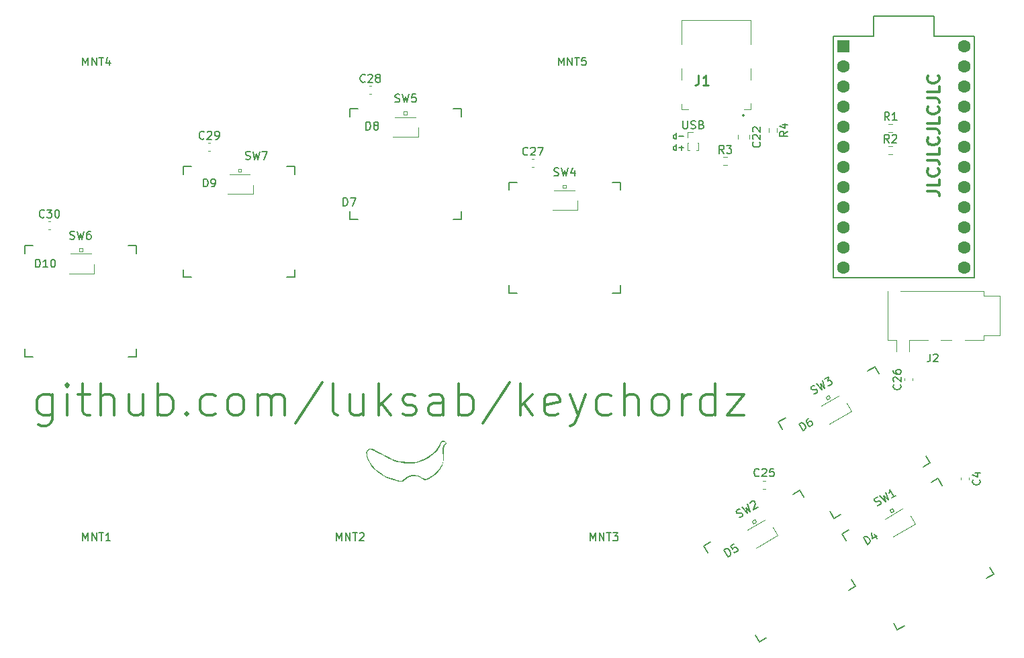
<source format=gbr>
%TF.GenerationSoftware,KiCad,Pcbnew,6.0.4*%
%TF.CreationDate,2022-04-08T16:19:54+02:00*%
%TF.ProjectId,keychordz,6b657963-686f-4726-947a-2e6b69636164,rev?*%
%TF.SameCoordinates,Original*%
%TF.FileFunction,Legend,Top*%
%TF.FilePolarity,Positive*%
%FSLAX46Y46*%
G04 Gerber Fmt 4.6, Leading zero omitted, Abs format (unit mm)*
G04 Created by KiCad (PCBNEW 6.0.4) date 2022-04-08 16:19:54*
%MOMM*%
%LPD*%
G01*
G04 APERTURE LIST*
%ADD10C,0.127000*%
%ADD11C,0.300000*%
%ADD12C,0.304800*%
%ADD13C,0.150000*%
%ADD14C,0.254000*%
%ADD15C,0.120000*%
%ADD16C,0.200000*%
%ADD17C,0.100000*%
%ADD18R,1.600000X1.600000*%
%ADD19C,1.600000*%
G04 APERTURE END LIST*
D10*
X95119371Y-48503114D02*
X95119371Y-47741114D01*
X95119371Y-48466828D02*
X95046800Y-48503114D01*
X94901657Y-48503114D01*
X94829085Y-48466828D01*
X94792800Y-48430542D01*
X94756514Y-48357971D01*
X94756514Y-48140257D01*
X94792800Y-48067685D01*
X94829085Y-48031400D01*
X94901657Y-47995114D01*
X95046800Y-47995114D01*
X95119371Y-48031400D01*
X95482228Y-48212828D02*
X96062800Y-48212828D01*
X95119371Y-49950914D02*
X95119371Y-49188914D01*
X95119371Y-49914628D02*
X95046800Y-49950914D01*
X94901657Y-49950914D01*
X94829085Y-49914628D01*
X94792800Y-49878342D01*
X94756514Y-49805771D01*
X94756514Y-49588057D01*
X94792800Y-49515485D01*
X94829085Y-49479200D01*
X94901657Y-49442914D01*
X95046800Y-49442914D01*
X95119371Y-49479200D01*
X95482228Y-49660628D02*
X96062800Y-49660628D01*
X95772514Y-49950914D02*
X95772514Y-49370342D01*
D11*
X16428571Y-80766857D02*
X16428571Y-84004952D01*
X16238095Y-84385904D01*
X16047619Y-84576380D01*
X15666666Y-84766857D01*
X15095238Y-84766857D01*
X14714285Y-84576380D01*
X16428571Y-83243047D02*
X16047619Y-83433523D01*
X15285714Y-83433523D01*
X14904761Y-83243047D01*
X14714285Y-83052571D01*
X14523809Y-82671619D01*
X14523809Y-81528761D01*
X14714285Y-81147809D01*
X14904761Y-80957333D01*
X15285714Y-80766857D01*
X16047619Y-80766857D01*
X16428571Y-80957333D01*
X18333333Y-83433523D02*
X18333333Y-80766857D01*
X18333333Y-79433523D02*
X18142857Y-79624000D01*
X18333333Y-79814476D01*
X18523809Y-79624000D01*
X18333333Y-79433523D01*
X18333333Y-79814476D01*
X19666666Y-80766857D02*
X21190476Y-80766857D01*
X20238095Y-79433523D02*
X20238095Y-82862095D01*
X20428571Y-83243047D01*
X20809523Y-83433523D01*
X21190476Y-83433523D01*
X22523809Y-83433523D02*
X22523809Y-79433523D01*
X24238095Y-83433523D02*
X24238095Y-81338285D01*
X24047619Y-80957333D01*
X23666666Y-80766857D01*
X23095238Y-80766857D01*
X22714285Y-80957333D01*
X22523809Y-81147809D01*
X27857142Y-80766857D02*
X27857142Y-83433523D01*
X26142857Y-80766857D02*
X26142857Y-82862095D01*
X26333333Y-83243047D01*
X26714285Y-83433523D01*
X27285714Y-83433523D01*
X27666666Y-83243047D01*
X27857142Y-83052571D01*
X29761904Y-83433523D02*
X29761904Y-79433523D01*
X29761904Y-80957333D02*
X30142857Y-80766857D01*
X30904761Y-80766857D01*
X31285714Y-80957333D01*
X31476190Y-81147809D01*
X31666666Y-81528761D01*
X31666666Y-82671619D01*
X31476190Y-83052571D01*
X31285714Y-83243047D01*
X30904761Y-83433523D01*
X30142857Y-83433523D01*
X29761904Y-83243047D01*
X33380952Y-83052571D02*
X33571428Y-83243047D01*
X33380952Y-83433523D01*
X33190476Y-83243047D01*
X33380952Y-83052571D01*
X33380952Y-83433523D01*
X36999999Y-83243047D02*
X36619047Y-83433523D01*
X35857142Y-83433523D01*
X35476190Y-83243047D01*
X35285714Y-83052571D01*
X35095238Y-82671619D01*
X35095238Y-81528761D01*
X35285714Y-81147809D01*
X35476190Y-80957333D01*
X35857142Y-80766857D01*
X36619047Y-80766857D01*
X36999999Y-80957333D01*
X39285714Y-83433523D02*
X38904761Y-83243047D01*
X38714285Y-83052571D01*
X38523809Y-82671619D01*
X38523809Y-81528761D01*
X38714285Y-81147809D01*
X38904761Y-80957333D01*
X39285714Y-80766857D01*
X39857142Y-80766857D01*
X40238095Y-80957333D01*
X40428571Y-81147809D01*
X40619047Y-81528761D01*
X40619047Y-82671619D01*
X40428571Y-83052571D01*
X40238095Y-83243047D01*
X39857142Y-83433523D01*
X39285714Y-83433523D01*
X42333333Y-83433523D02*
X42333333Y-80766857D01*
X42333333Y-81147809D02*
X42523809Y-80957333D01*
X42904761Y-80766857D01*
X43476190Y-80766857D01*
X43857142Y-80957333D01*
X44047619Y-81338285D01*
X44047619Y-83433523D01*
X44047619Y-81338285D02*
X44238095Y-80957333D01*
X44619047Y-80766857D01*
X45190476Y-80766857D01*
X45571428Y-80957333D01*
X45761904Y-81338285D01*
X45761904Y-83433523D01*
X50523809Y-79243047D02*
X47095238Y-84385904D01*
X52428571Y-83433523D02*
X52047619Y-83243047D01*
X51857142Y-82862095D01*
X51857142Y-79433523D01*
X55666666Y-80766857D02*
X55666666Y-83433523D01*
X53952380Y-80766857D02*
X53952380Y-82862095D01*
X54142857Y-83243047D01*
X54523809Y-83433523D01*
X55095238Y-83433523D01*
X55476190Y-83243047D01*
X55666666Y-83052571D01*
X57571428Y-83433523D02*
X57571428Y-79433523D01*
X57952380Y-81909714D02*
X59095238Y-83433523D01*
X59095238Y-80766857D02*
X57571428Y-82290666D01*
X60619047Y-83243047D02*
X60999999Y-83433523D01*
X61761904Y-83433523D01*
X62142857Y-83243047D01*
X62333333Y-82862095D01*
X62333333Y-82671619D01*
X62142857Y-82290666D01*
X61761904Y-82100190D01*
X61190476Y-82100190D01*
X60809523Y-81909714D01*
X60619047Y-81528761D01*
X60619047Y-81338285D01*
X60809523Y-80957333D01*
X61190476Y-80766857D01*
X61761904Y-80766857D01*
X62142857Y-80957333D01*
X65761904Y-83433523D02*
X65761904Y-81338285D01*
X65571428Y-80957333D01*
X65190476Y-80766857D01*
X64428571Y-80766857D01*
X64047619Y-80957333D01*
X65761904Y-83243047D02*
X65380952Y-83433523D01*
X64428571Y-83433523D01*
X64047619Y-83243047D01*
X63857142Y-82862095D01*
X63857142Y-82481142D01*
X64047619Y-82100190D01*
X64428571Y-81909714D01*
X65380952Y-81909714D01*
X65761904Y-81719238D01*
X67666666Y-83433523D02*
X67666666Y-79433523D01*
X67666666Y-80957333D02*
X68047619Y-80766857D01*
X68809523Y-80766857D01*
X69190476Y-80957333D01*
X69380952Y-81147809D01*
X69571428Y-81528761D01*
X69571428Y-82671619D01*
X69380952Y-83052571D01*
X69190476Y-83243047D01*
X68809523Y-83433523D01*
X68047619Y-83433523D01*
X67666666Y-83243047D01*
X74142857Y-79243047D02*
X70714285Y-84385904D01*
X75476190Y-83433523D02*
X75476190Y-79433523D01*
X75857142Y-81909714D02*
X76999999Y-83433523D01*
X76999999Y-80766857D02*
X75476190Y-82290666D01*
X80238095Y-83243047D02*
X79857142Y-83433523D01*
X79095238Y-83433523D01*
X78714285Y-83243047D01*
X78523809Y-82862095D01*
X78523809Y-81338285D01*
X78714285Y-80957333D01*
X79095238Y-80766857D01*
X79857142Y-80766857D01*
X80238095Y-80957333D01*
X80428571Y-81338285D01*
X80428571Y-81719238D01*
X78523809Y-82100190D01*
X81761904Y-80766857D02*
X82714285Y-83433523D01*
X83666666Y-80766857D02*
X82714285Y-83433523D01*
X82333333Y-84385904D01*
X82142857Y-84576380D01*
X81761904Y-84766857D01*
X86904761Y-83243047D02*
X86523809Y-83433523D01*
X85761904Y-83433523D01*
X85380952Y-83243047D01*
X85190476Y-83052571D01*
X84999999Y-82671619D01*
X84999999Y-81528761D01*
X85190476Y-81147809D01*
X85380952Y-80957333D01*
X85761904Y-80766857D01*
X86523809Y-80766857D01*
X86904761Y-80957333D01*
X88619047Y-83433523D02*
X88619047Y-79433523D01*
X90333333Y-83433523D02*
X90333333Y-81338285D01*
X90142857Y-80957333D01*
X89761904Y-80766857D01*
X89190476Y-80766857D01*
X88809523Y-80957333D01*
X88619047Y-81147809D01*
X92809523Y-83433523D02*
X92428571Y-83243047D01*
X92238095Y-83052571D01*
X92047619Y-82671619D01*
X92047619Y-81528761D01*
X92238095Y-81147809D01*
X92428571Y-80957333D01*
X92809523Y-80766857D01*
X93380952Y-80766857D01*
X93761904Y-80957333D01*
X93952380Y-81147809D01*
X94142857Y-81528761D01*
X94142857Y-82671619D01*
X93952380Y-83052571D01*
X93761904Y-83243047D01*
X93380952Y-83433523D01*
X92809523Y-83433523D01*
X95857142Y-83433523D02*
X95857142Y-80766857D01*
X95857142Y-81528761D02*
X96047619Y-81147809D01*
X96238095Y-80957333D01*
X96619047Y-80766857D01*
X96999999Y-80766857D01*
X100047619Y-83433523D02*
X100047619Y-79433523D01*
X100047619Y-83243047D02*
X99666666Y-83433523D01*
X98904761Y-83433523D01*
X98523809Y-83243047D01*
X98333333Y-83052571D01*
X98142857Y-82671619D01*
X98142857Y-81528761D01*
X98333333Y-81147809D01*
X98523809Y-80957333D01*
X98904761Y-80766857D01*
X99666666Y-80766857D01*
X100047619Y-80957333D01*
X101571428Y-80766857D02*
X103666666Y-80766857D01*
X101571428Y-83433523D01*
X103666666Y-83433523D01*
D12*
X126749628Y-55121628D02*
X127838200Y-55121628D01*
X128055914Y-55194200D01*
X128201057Y-55339342D01*
X128273628Y-55557057D01*
X128273628Y-55702200D01*
X128273628Y-53670200D02*
X128273628Y-54395914D01*
X126749628Y-54395914D01*
X128128485Y-52291342D02*
X128201057Y-52363914D01*
X128273628Y-52581628D01*
X128273628Y-52726771D01*
X128201057Y-52944485D01*
X128055914Y-53089628D01*
X127910771Y-53162200D01*
X127620485Y-53234771D01*
X127402771Y-53234771D01*
X127112485Y-53162200D01*
X126967342Y-53089628D01*
X126822200Y-52944485D01*
X126749628Y-52726771D01*
X126749628Y-52581628D01*
X126822200Y-52363914D01*
X126894771Y-52291342D01*
X126749628Y-51202771D02*
X127838200Y-51202771D01*
X128055914Y-51275342D01*
X128201057Y-51420485D01*
X128273628Y-51638200D01*
X128273628Y-51783342D01*
X128273628Y-49751342D02*
X128273628Y-50477057D01*
X126749628Y-50477057D01*
X128128485Y-48372485D02*
X128201057Y-48445057D01*
X128273628Y-48662771D01*
X128273628Y-48807914D01*
X128201057Y-49025628D01*
X128055914Y-49170771D01*
X127910771Y-49243342D01*
X127620485Y-49315914D01*
X127402771Y-49315914D01*
X127112485Y-49243342D01*
X126967342Y-49170771D01*
X126822200Y-49025628D01*
X126749628Y-48807914D01*
X126749628Y-48662771D01*
X126822200Y-48445057D01*
X126894771Y-48372485D01*
X126749628Y-47283914D02*
X127838200Y-47283914D01*
X128055914Y-47356485D01*
X128201057Y-47501628D01*
X128273628Y-47719342D01*
X128273628Y-47864485D01*
X128273628Y-45832485D02*
X128273628Y-46558200D01*
X126749628Y-46558200D01*
X128128485Y-44453628D02*
X128201057Y-44526200D01*
X128273628Y-44743914D01*
X128273628Y-44889057D01*
X128201057Y-45106771D01*
X128055914Y-45251914D01*
X127910771Y-45324485D01*
X127620485Y-45397057D01*
X127402771Y-45397057D01*
X127112485Y-45324485D01*
X126967342Y-45251914D01*
X126822200Y-45106771D01*
X126749628Y-44889057D01*
X126749628Y-44743914D01*
X126822200Y-44526200D01*
X126894771Y-44453628D01*
X126749628Y-43365057D02*
X127838200Y-43365057D01*
X128055914Y-43437628D01*
X128201057Y-43582771D01*
X128273628Y-43800485D01*
X128273628Y-43945628D01*
X128273628Y-41913628D02*
X128273628Y-42639342D01*
X126749628Y-42639342D01*
X128128485Y-40534771D02*
X128201057Y-40607342D01*
X128273628Y-40825057D01*
X128273628Y-40970200D01*
X128201057Y-41187914D01*
X128055914Y-41333057D01*
X127910771Y-41405628D01*
X127620485Y-41478200D01*
X127402771Y-41478200D01*
X127112485Y-41405628D01*
X126967342Y-41333057D01*
X126822200Y-41187914D01*
X126749628Y-40970200D01*
X126749628Y-40825057D01*
X126822200Y-40607342D01*
X126894771Y-40534771D01*
D13*
%TO.C,USB*%
X95969295Y-46253980D02*
X95969295Y-47063504D01*
X96016914Y-47158742D01*
X96064533Y-47206361D01*
X96159771Y-47253980D01*
X96350247Y-47253980D01*
X96445485Y-47206361D01*
X96493104Y-47158742D01*
X96540723Y-47063504D01*
X96540723Y-46253980D01*
X96969295Y-47206361D02*
X97112152Y-47253980D01*
X97350247Y-47253980D01*
X97445485Y-47206361D01*
X97493104Y-47158742D01*
X97540723Y-47063504D01*
X97540723Y-46968266D01*
X97493104Y-46873028D01*
X97445485Y-46825409D01*
X97350247Y-46777790D01*
X97159771Y-46730171D01*
X97064533Y-46682552D01*
X97016914Y-46634933D01*
X96969295Y-46539695D01*
X96969295Y-46444457D01*
X97016914Y-46349219D01*
X97064533Y-46301600D01*
X97159771Y-46253980D01*
X97397866Y-46253980D01*
X97540723Y-46301600D01*
X98302628Y-46730171D02*
X98445485Y-46777790D01*
X98493104Y-46825409D01*
X98540723Y-46920647D01*
X98540723Y-47063504D01*
X98493104Y-47158742D01*
X98445485Y-47206361D01*
X98350247Y-47253980D01*
X97969295Y-47253980D01*
X97969295Y-46253980D01*
X98302628Y-46253980D01*
X98397866Y-46301600D01*
X98445485Y-46349219D01*
X98493104Y-46444457D01*
X98493104Y-46539695D01*
X98445485Y-46634933D01*
X98397866Y-46682552D01*
X98302628Y-46730171D01*
X97969295Y-46730171D01*
%TO.C,MNT5*%
X80285714Y-39252380D02*
X80285714Y-38252380D01*
X80619047Y-38966666D01*
X80952380Y-38252380D01*
X80952380Y-39252380D01*
X81428571Y-39252380D02*
X81428571Y-38252380D01*
X82000000Y-39252380D01*
X82000000Y-38252380D01*
X82333333Y-38252380D02*
X82904761Y-38252380D01*
X82619047Y-39252380D02*
X82619047Y-38252380D01*
X83714285Y-38252380D02*
X83238095Y-38252380D01*
X83190476Y-38728571D01*
X83238095Y-38680952D01*
X83333333Y-38633333D01*
X83571428Y-38633333D01*
X83666666Y-38680952D01*
X83714285Y-38728571D01*
X83761904Y-38823809D01*
X83761904Y-39061904D01*
X83714285Y-39157142D01*
X83666666Y-39204761D01*
X83571428Y-39252380D01*
X83333333Y-39252380D01*
X83238095Y-39204761D01*
X83190476Y-39157142D01*
%TO.C,MNT4*%
X20285714Y-39252380D02*
X20285714Y-38252380D01*
X20619047Y-38966666D01*
X20952380Y-38252380D01*
X20952380Y-39252380D01*
X21428571Y-39252380D02*
X21428571Y-38252380D01*
X22000000Y-39252380D01*
X22000000Y-38252380D01*
X22333333Y-38252380D02*
X22904761Y-38252380D01*
X22619047Y-39252380D02*
X22619047Y-38252380D01*
X23666666Y-38585714D02*
X23666666Y-39252380D01*
X23428571Y-38204761D02*
X23190476Y-38919047D01*
X23809523Y-38919047D01*
%TO.C,R2*%
X121956533Y-49009580D02*
X121623200Y-48533390D01*
X121385104Y-49009580D02*
X121385104Y-48009580D01*
X121766057Y-48009580D01*
X121861295Y-48057200D01*
X121908914Y-48104819D01*
X121956533Y-48200057D01*
X121956533Y-48342914D01*
X121908914Y-48438152D01*
X121861295Y-48485771D01*
X121766057Y-48533390D01*
X121385104Y-48533390D01*
X122337485Y-48104819D02*
X122385104Y-48057200D01*
X122480342Y-48009580D01*
X122718438Y-48009580D01*
X122813676Y-48057200D01*
X122861295Y-48104819D01*
X122908914Y-48200057D01*
X122908914Y-48295295D01*
X122861295Y-48438152D01*
X122289866Y-49009580D01*
X122908914Y-49009580D01*
%TO.C,R1*%
X121981933Y-46172380D02*
X121648600Y-45696190D01*
X121410504Y-46172380D02*
X121410504Y-45172380D01*
X121791457Y-45172380D01*
X121886695Y-45220000D01*
X121934314Y-45267619D01*
X121981933Y-45362857D01*
X121981933Y-45505714D01*
X121934314Y-45600952D01*
X121886695Y-45648571D01*
X121791457Y-45696190D01*
X121410504Y-45696190D01*
X122934314Y-46172380D02*
X122362885Y-46172380D01*
X122648600Y-46172380D02*
X122648600Y-45172380D01*
X122553361Y-45315238D01*
X122458123Y-45410476D01*
X122362885Y-45458095D01*
%TO.C,J2*%
X127124666Y-75668380D02*
X127124666Y-76382666D01*
X127077047Y-76525523D01*
X126981809Y-76620761D01*
X126838952Y-76668380D01*
X126743714Y-76668380D01*
X127553238Y-75763619D02*
X127600857Y-75716000D01*
X127696095Y-75668380D01*
X127934190Y-75668380D01*
X128029428Y-75716000D01*
X128077047Y-75763619D01*
X128124666Y-75858857D01*
X128124666Y-75954095D01*
X128077047Y-76096952D01*
X127505619Y-76668380D01*
X128124666Y-76668380D01*
%TO.C,R3*%
X101138333Y-50359380D02*
X100805000Y-49883190D01*
X100566904Y-50359380D02*
X100566904Y-49359380D01*
X100947857Y-49359380D01*
X101043095Y-49407000D01*
X101090714Y-49454619D01*
X101138333Y-49549857D01*
X101138333Y-49692714D01*
X101090714Y-49787952D01*
X101043095Y-49835571D01*
X100947857Y-49883190D01*
X100566904Y-49883190D01*
X101471666Y-49359380D02*
X102090714Y-49359380D01*
X101757380Y-49740333D01*
X101900238Y-49740333D01*
X101995476Y-49787952D01*
X102043095Y-49835571D01*
X102090714Y-49930809D01*
X102090714Y-50168904D01*
X102043095Y-50264142D01*
X101995476Y-50311761D01*
X101900238Y-50359380D01*
X101614523Y-50359380D01*
X101519285Y-50311761D01*
X101471666Y-50264142D01*
%TO.C,D8*%
X56014904Y-47385380D02*
X56014904Y-46385380D01*
X56253000Y-46385380D01*
X56395857Y-46433000D01*
X56491095Y-46528238D01*
X56538714Y-46623476D01*
X56586333Y-46813952D01*
X56586333Y-46956809D01*
X56538714Y-47147285D01*
X56491095Y-47242523D01*
X56395857Y-47337761D01*
X56253000Y-47385380D01*
X56014904Y-47385380D01*
X57157761Y-46813952D02*
X57062523Y-46766333D01*
X57014904Y-46718714D01*
X56967285Y-46623476D01*
X56967285Y-46575857D01*
X57014904Y-46480619D01*
X57062523Y-46433000D01*
X57157761Y-46385380D01*
X57348238Y-46385380D01*
X57443476Y-46433000D01*
X57491095Y-46480619D01*
X57538714Y-46575857D01*
X57538714Y-46623476D01*
X57491095Y-46718714D01*
X57443476Y-46766333D01*
X57348238Y-46813952D01*
X57157761Y-46813952D01*
X57062523Y-46861571D01*
X57014904Y-46909190D01*
X56967285Y-47004428D01*
X56967285Y-47194904D01*
X57014904Y-47290142D01*
X57062523Y-47337761D01*
X57157761Y-47385380D01*
X57348238Y-47385380D01*
X57443476Y-47337761D01*
X57491095Y-47290142D01*
X57538714Y-47194904D01*
X57538714Y-47004428D01*
X57491095Y-46909190D01*
X57443476Y-46861571D01*
X57348238Y-46813952D01*
%TO.C,SW1*%
X120486180Y-94820160D02*
X120633707Y-94789971D01*
X120839904Y-94670923D01*
X120898573Y-94582065D01*
X120916003Y-94517016D01*
X120909623Y-94410728D01*
X120862004Y-94328249D01*
X120773146Y-94269580D01*
X120708097Y-94252151D01*
X120601809Y-94258530D01*
X120413042Y-94312529D01*
X120306754Y-94318909D01*
X120241705Y-94301479D01*
X120152847Y-94242810D01*
X120105228Y-94160331D01*
X120098848Y-94054043D01*
X120116278Y-93988994D01*
X120174947Y-93900136D01*
X120381143Y-93781088D01*
X120528671Y-93750899D01*
X120793536Y-93542993D02*
X121499733Y-94289971D01*
X121307547Y-93576143D01*
X121829647Y-94099495D01*
X121535844Y-93114422D01*
X122819391Y-93528066D02*
X122324519Y-93813781D01*
X122571955Y-93670923D02*
X122071955Y-92804898D01*
X122060905Y-92976235D01*
X122026045Y-93106333D01*
X121967376Y-93195191D01*
%TO.C,D4*%
X119202321Y-99719931D02*
X118702321Y-98853905D01*
X118908517Y-98734857D01*
X119056045Y-98704668D01*
X119186142Y-98739528D01*
X119275001Y-98798197D01*
X119411478Y-98939345D01*
X119482907Y-99063062D01*
X119536905Y-99251829D01*
X119543285Y-99358117D01*
X119508426Y-99488215D01*
X119408517Y-99600883D01*
X119202321Y-99719931D01*
X120106167Y-98428295D02*
X120439500Y-99005645D01*
X119709494Y-98217428D02*
X119860440Y-98955065D01*
X120396551Y-98645541D01*
%TO.C,MNT3*%
X84285714Y-99252380D02*
X84285714Y-98252380D01*
X84619047Y-98966666D01*
X84952380Y-98252380D01*
X84952380Y-99252380D01*
X85428571Y-99252380D02*
X85428571Y-98252380D01*
X86000000Y-99252380D01*
X86000000Y-98252380D01*
X86333333Y-98252380D02*
X86904761Y-98252380D01*
X86619047Y-99252380D02*
X86619047Y-98252380D01*
X87142857Y-98252380D02*
X87761904Y-98252380D01*
X87428571Y-98633333D01*
X87571428Y-98633333D01*
X87666666Y-98680952D01*
X87714285Y-98728571D01*
X87761904Y-98823809D01*
X87761904Y-99061904D01*
X87714285Y-99157142D01*
X87666666Y-99204761D01*
X87571428Y-99252380D01*
X87285714Y-99252380D01*
X87190476Y-99204761D01*
X87142857Y-99157142D01*
%TO.C,SW5*%
X59666666Y-43838761D02*
X59809523Y-43886380D01*
X60047619Y-43886380D01*
X60142857Y-43838761D01*
X60190476Y-43791142D01*
X60238095Y-43695904D01*
X60238095Y-43600666D01*
X60190476Y-43505428D01*
X60142857Y-43457809D01*
X60047619Y-43410190D01*
X59857142Y-43362571D01*
X59761904Y-43314952D01*
X59714285Y-43267333D01*
X59666666Y-43172095D01*
X59666666Y-43076857D01*
X59714285Y-42981619D01*
X59761904Y-42934000D01*
X59857142Y-42886380D01*
X60095238Y-42886380D01*
X60238095Y-42934000D01*
X60571428Y-42886380D02*
X60809523Y-43886380D01*
X61000000Y-43172095D01*
X61190476Y-43886380D01*
X61428571Y-42886380D01*
X62285714Y-42886380D02*
X61809523Y-42886380D01*
X61761904Y-43362571D01*
X61809523Y-43314952D01*
X61904761Y-43267333D01*
X62142857Y-43267333D01*
X62238095Y-43314952D01*
X62285714Y-43362571D01*
X62333333Y-43457809D01*
X62333333Y-43695904D01*
X62285714Y-43791142D01*
X62238095Y-43838761D01*
X62142857Y-43886380D01*
X61904761Y-43886380D01*
X61809523Y-43838761D01*
X61761904Y-43791142D01*
%TO.C,R4*%
X109173380Y-47573666D02*
X108697190Y-47907000D01*
X109173380Y-48145095D02*
X108173380Y-48145095D01*
X108173380Y-47764142D01*
X108221000Y-47668904D01*
X108268619Y-47621285D01*
X108363857Y-47573666D01*
X108506714Y-47573666D01*
X108601952Y-47621285D01*
X108649571Y-47668904D01*
X108697190Y-47764142D01*
X108697190Y-48145095D01*
X108506714Y-46716523D02*
X109173380Y-46716523D01*
X108125761Y-46954619D02*
X108840047Y-47192714D01*
X108840047Y-46573666D01*
%TO.C,D5*%
X101642351Y-101264931D02*
X101142351Y-100398905D01*
X101348547Y-100279857D01*
X101496075Y-100249668D01*
X101626172Y-100284528D01*
X101715031Y-100343197D01*
X101851508Y-100484345D01*
X101922937Y-100608062D01*
X101976935Y-100796829D01*
X101983315Y-100903117D01*
X101948456Y-101033215D01*
X101848547Y-101145883D01*
X101642351Y-101264931D01*
X102420769Y-99660810D02*
X102008376Y-99898905D01*
X102205232Y-100335108D01*
X102222662Y-100270059D01*
X102281331Y-100181201D01*
X102487527Y-100062153D01*
X102593816Y-100055773D01*
X102658864Y-100073203D01*
X102747723Y-100131872D01*
X102866770Y-100338069D01*
X102873150Y-100444357D01*
X102855720Y-100509405D01*
X102797051Y-100598264D01*
X102590855Y-100717311D01*
X102484567Y-100723691D01*
X102419518Y-100706261D01*
%TO.C,SW6*%
X18666666Y-61149761D02*
X18809523Y-61197380D01*
X19047619Y-61197380D01*
X19142857Y-61149761D01*
X19190476Y-61102142D01*
X19238095Y-61006904D01*
X19238095Y-60911666D01*
X19190476Y-60816428D01*
X19142857Y-60768809D01*
X19047619Y-60721190D01*
X18857142Y-60673571D01*
X18761904Y-60625952D01*
X18714285Y-60578333D01*
X18666666Y-60483095D01*
X18666666Y-60387857D01*
X18714285Y-60292619D01*
X18761904Y-60245000D01*
X18857142Y-60197380D01*
X19095238Y-60197380D01*
X19238095Y-60245000D01*
X19571428Y-60197380D02*
X19809523Y-61197380D01*
X20000000Y-60483095D01*
X20190476Y-61197380D01*
X20428571Y-60197380D01*
X21238095Y-60197380D02*
X21047619Y-60197380D01*
X20952380Y-60245000D01*
X20904761Y-60292619D01*
X20809523Y-60435476D01*
X20761904Y-60625952D01*
X20761904Y-61006904D01*
X20809523Y-61102142D01*
X20857142Y-61149761D01*
X20952380Y-61197380D01*
X21142857Y-61197380D01*
X21238095Y-61149761D01*
X21285714Y-61102142D01*
X21333333Y-61006904D01*
X21333333Y-60768809D01*
X21285714Y-60673571D01*
X21238095Y-60625952D01*
X21142857Y-60578333D01*
X20952380Y-60578333D01*
X20857142Y-60625952D01*
X20809523Y-60673571D01*
X20761904Y-60768809D01*
%TO.C,C29*%
X35589142Y-48473142D02*
X35541523Y-48520761D01*
X35398666Y-48568380D01*
X35303428Y-48568380D01*
X35160571Y-48520761D01*
X35065333Y-48425523D01*
X35017714Y-48330285D01*
X34970095Y-48139809D01*
X34970095Y-47996952D01*
X35017714Y-47806476D01*
X35065333Y-47711238D01*
X35160571Y-47616000D01*
X35303428Y-47568380D01*
X35398666Y-47568380D01*
X35541523Y-47616000D01*
X35589142Y-47663619D01*
X35970095Y-47663619D02*
X36017714Y-47616000D01*
X36112952Y-47568380D01*
X36351047Y-47568380D01*
X36446285Y-47616000D01*
X36493904Y-47663619D01*
X36541523Y-47758857D01*
X36541523Y-47854095D01*
X36493904Y-47996952D01*
X35922476Y-48568380D01*
X36541523Y-48568380D01*
X37017714Y-48568380D02*
X37208190Y-48568380D01*
X37303428Y-48520761D01*
X37351047Y-48473142D01*
X37446285Y-48330285D01*
X37493904Y-48139809D01*
X37493904Y-47758857D01*
X37446285Y-47663619D01*
X37398666Y-47616000D01*
X37303428Y-47568380D01*
X37112952Y-47568380D01*
X37017714Y-47616000D01*
X36970095Y-47663619D01*
X36922476Y-47758857D01*
X36922476Y-47996952D01*
X36970095Y-48092190D01*
X37017714Y-48139809D01*
X37112952Y-48187428D01*
X37303428Y-48187428D01*
X37398666Y-48139809D01*
X37446285Y-48092190D01*
X37493904Y-47996952D01*
%TO.C,C30*%
X15433142Y-58379142D02*
X15385523Y-58426761D01*
X15242666Y-58474380D01*
X15147428Y-58474380D01*
X15004571Y-58426761D01*
X14909333Y-58331523D01*
X14861714Y-58236285D01*
X14814095Y-58045809D01*
X14814095Y-57902952D01*
X14861714Y-57712476D01*
X14909333Y-57617238D01*
X15004571Y-57522000D01*
X15147428Y-57474380D01*
X15242666Y-57474380D01*
X15385523Y-57522000D01*
X15433142Y-57569619D01*
X15766476Y-57474380D02*
X16385523Y-57474380D01*
X16052190Y-57855333D01*
X16195047Y-57855333D01*
X16290285Y-57902952D01*
X16337904Y-57950571D01*
X16385523Y-58045809D01*
X16385523Y-58283904D01*
X16337904Y-58379142D01*
X16290285Y-58426761D01*
X16195047Y-58474380D01*
X15909333Y-58474380D01*
X15814095Y-58426761D01*
X15766476Y-58379142D01*
X17004571Y-57474380D02*
X17099809Y-57474380D01*
X17195047Y-57522000D01*
X17242666Y-57569619D01*
X17290285Y-57664857D01*
X17337904Y-57855333D01*
X17337904Y-58093428D01*
X17290285Y-58283904D01*
X17242666Y-58379142D01*
X17195047Y-58426761D01*
X17099809Y-58474380D01*
X17004571Y-58474380D01*
X16909333Y-58426761D01*
X16861714Y-58379142D01*
X16814095Y-58283904D01*
X16766476Y-58093428D01*
X16766476Y-57855333D01*
X16814095Y-57664857D01*
X16861714Y-57569619D01*
X16909333Y-57522000D01*
X17004571Y-57474380D01*
%TO.C,C22*%
X105628142Y-48931857D02*
X105675761Y-48979476D01*
X105723380Y-49122333D01*
X105723380Y-49217571D01*
X105675761Y-49360428D01*
X105580523Y-49455666D01*
X105485285Y-49503285D01*
X105294809Y-49550904D01*
X105151952Y-49550904D01*
X104961476Y-49503285D01*
X104866238Y-49455666D01*
X104771000Y-49360428D01*
X104723380Y-49217571D01*
X104723380Y-49122333D01*
X104771000Y-48979476D01*
X104818619Y-48931857D01*
X104818619Y-48550904D02*
X104771000Y-48503285D01*
X104723380Y-48408047D01*
X104723380Y-48169952D01*
X104771000Y-48074714D01*
X104818619Y-48027095D01*
X104913857Y-47979476D01*
X105009095Y-47979476D01*
X105151952Y-48027095D01*
X105723380Y-48598523D01*
X105723380Y-47979476D01*
X104818619Y-47598523D02*
X104771000Y-47550904D01*
X104723380Y-47455666D01*
X104723380Y-47217571D01*
X104771000Y-47122333D01*
X104818619Y-47074714D01*
X104913857Y-47027095D01*
X105009095Y-47027095D01*
X105151952Y-47074714D01*
X105723380Y-47646142D01*
X105723380Y-47027095D01*
%TO.C,C28*%
X55882642Y-41288142D02*
X55835023Y-41335761D01*
X55692166Y-41383380D01*
X55596928Y-41383380D01*
X55454071Y-41335761D01*
X55358833Y-41240523D01*
X55311214Y-41145285D01*
X55263595Y-40954809D01*
X55263595Y-40811952D01*
X55311214Y-40621476D01*
X55358833Y-40526238D01*
X55454071Y-40431000D01*
X55596928Y-40383380D01*
X55692166Y-40383380D01*
X55835023Y-40431000D01*
X55882642Y-40478619D01*
X56263595Y-40478619D02*
X56311214Y-40431000D01*
X56406452Y-40383380D01*
X56644547Y-40383380D01*
X56739785Y-40431000D01*
X56787404Y-40478619D01*
X56835023Y-40573857D01*
X56835023Y-40669095D01*
X56787404Y-40811952D01*
X56215976Y-41383380D01*
X56835023Y-41383380D01*
X57406452Y-40811952D02*
X57311214Y-40764333D01*
X57263595Y-40716714D01*
X57215976Y-40621476D01*
X57215976Y-40573857D01*
X57263595Y-40478619D01*
X57311214Y-40431000D01*
X57406452Y-40383380D01*
X57596928Y-40383380D01*
X57692166Y-40431000D01*
X57739785Y-40478619D01*
X57787404Y-40573857D01*
X57787404Y-40621476D01*
X57739785Y-40716714D01*
X57692166Y-40764333D01*
X57596928Y-40811952D01*
X57406452Y-40811952D01*
X57311214Y-40859571D01*
X57263595Y-40907190D01*
X57215976Y-41002428D01*
X57215976Y-41192904D01*
X57263595Y-41288142D01*
X57311214Y-41335761D01*
X57406452Y-41383380D01*
X57596928Y-41383380D01*
X57692166Y-41335761D01*
X57739785Y-41288142D01*
X57787404Y-41192904D01*
X57787404Y-41002428D01*
X57739785Y-40907190D01*
X57692166Y-40859571D01*
X57596928Y-40811952D01*
%TO.C,SW2*%
X103072180Y-96308160D02*
X103219707Y-96277971D01*
X103425904Y-96158923D01*
X103484573Y-96070065D01*
X103502003Y-96005016D01*
X103495623Y-95898728D01*
X103448004Y-95816249D01*
X103359146Y-95757580D01*
X103294097Y-95740151D01*
X103187809Y-95746530D01*
X102999042Y-95800529D01*
X102892754Y-95806909D01*
X102827705Y-95789479D01*
X102738847Y-95730810D01*
X102691228Y-95648331D01*
X102684848Y-95542043D01*
X102702278Y-95476994D01*
X102760947Y-95388136D01*
X102967143Y-95269088D01*
X103114671Y-95238899D01*
X103379536Y-95030993D02*
X104085733Y-95777971D01*
X103893547Y-95064143D01*
X104415647Y-95587495D01*
X104121844Y-94602422D01*
X104458138Y-94518234D02*
X104475568Y-94453185D01*
X104534237Y-94364327D01*
X104740433Y-94245279D01*
X104846721Y-94238899D01*
X104911770Y-94256329D01*
X105000629Y-94314998D01*
X105048248Y-94397477D01*
X105078437Y-94545004D01*
X104869280Y-95325590D01*
X105405391Y-95016066D01*
%TO.C,C27*%
X76393142Y-50489142D02*
X76345523Y-50536761D01*
X76202666Y-50584380D01*
X76107428Y-50584380D01*
X75964571Y-50536761D01*
X75869333Y-50441523D01*
X75821714Y-50346285D01*
X75774095Y-50155809D01*
X75774095Y-50012952D01*
X75821714Y-49822476D01*
X75869333Y-49727238D01*
X75964571Y-49632000D01*
X76107428Y-49584380D01*
X76202666Y-49584380D01*
X76345523Y-49632000D01*
X76393142Y-49679619D01*
X76774095Y-49679619D02*
X76821714Y-49632000D01*
X76916952Y-49584380D01*
X77155047Y-49584380D01*
X77250285Y-49632000D01*
X77297904Y-49679619D01*
X77345523Y-49774857D01*
X77345523Y-49870095D01*
X77297904Y-50012952D01*
X76726476Y-50584380D01*
X77345523Y-50584380D01*
X77678857Y-49584380D02*
X78345523Y-49584380D01*
X77916952Y-50584380D01*
%TO.C,SW7*%
X40830666Y-51077761D02*
X40973523Y-51125380D01*
X41211619Y-51125380D01*
X41306857Y-51077761D01*
X41354476Y-51030142D01*
X41402095Y-50934904D01*
X41402095Y-50839666D01*
X41354476Y-50744428D01*
X41306857Y-50696809D01*
X41211619Y-50649190D01*
X41021142Y-50601571D01*
X40925904Y-50553952D01*
X40878285Y-50506333D01*
X40830666Y-50411095D01*
X40830666Y-50315857D01*
X40878285Y-50220619D01*
X40925904Y-50173000D01*
X41021142Y-50125380D01*
X41259238Y-50125380D01*
X41402095Y-50173000D01*
X41735428Y-50125380D02*
X41973523Y-51125380D01*
X42164000Y-50411095D01*
X42354476Y-51125380D01*
X42592571Y-50125380D01*
X42878285Y-50125380D02*
X43544952Y-50125380D01*
X43116380Y-51125380D01*
%TO.C,D6*%
X111078821Y-85371446D02*
X110578821Y-84505420D01*
X110785017Y-84386372D01*
X110932545Y-84356183D01*
X111062642Y-84391043D01*
X111151501Y-84449712D01*
X111287978Y-84590860D01*
X111359407Y-84714577D01*
X111413405Y-84903344D01*
X111419785Y-85009632D01*
X111384926Y-85139730D01*
X111285017Y-85252398D01*
X111078821Y-85371446D01*
X111816000Y-83791134D02*
X111651043Y-83886372D01*
X111592374Y-83975231D01*
X111574944Y-84040280D01*
X111563894Y-84211617D01*
X111617893Y-84400383D01*
X111808369Y-84730298D01*
X111897227Y-84788967D01*
X111962276Y-84806397D01*
X112068564Y-84800017D01*
X112233521Y-84704779D01*
X112292190Y-84615920D01*
X112309620Y-84550872D01*
X112303240Y-84444584D01*
X112184193Y-84238387D01*
X112095334Y-84179718D01*
X112030286Y-84162288D01*
X111923997Y-84168668D01*
X111759040Y-84263906D01*
X111700371Y-84352764D01*
X111682941Y-84417813D01*
X111689321Y-84524101D01*
%TO.C,C4*%
X133357142Y-91566666D02*
X133404761Y-91614285D01*
X133452380Y-91757142D01*
X133452380Y-91852380D01*
X133404761Y-91995238D01*
X133309523Y-92090476D01*
X133214285Y-92138095D01*
X133023809Y-92185714D01*
X132880952Y-92185714D01*
X132690476Y-92138095D01*
X132595238Y-92090476D01*
X132500000Y-91995238D01*
X132452380Y-91852380D01*
X132452380Y-91757142D01*
X132500000Y-91614285D01*
X132547619Y-91566666D01*
X132785714Y-90709523D02*
X133452380Y-90709523D01*
X132404761Y-90947619D02*
X133119047Y-91185714D01*
X133119047Y-90566666D01*
%TO.C,SW3*%
X112500180Y-80711660D02*
X112647707Y-80681471D01*
X112853904Y-80562423D01*
X112912573Y-80473565D01*
X112930003Y-80408516D01*
X112923623Y-80302228D01*
X112876004Y-80219749D01*
X112787146Y-80161080D01*
X112722097Y-80143651D01*
X112615809Y-80150030D01*
X112427042Y-80204029D01*
X112320754Y-80210409D01*
X112255705Y-80192979D01*
X112166847Y-80134310D01*
X112119228Y-80051831D01*
X112112848Y-79945543D01*
X112130278Y-79880494D01*
X112188947Y-79791636D01*
X112395143Y-79672588D01*
X112542671Y-79642399D01*
X112807536Y-79434493D02*
X113513733Y-80181471D01*
X113321547Y-79467643D01*
X113843647Y-79990995D01*
X113549844Y-79005922D01*
X113797280Y-78863065D02*
X114333391Y-78553541D01*
X114235192Y-79050122D01*
X114358909Y-78978693D01*
X114465198Y-78972314D01*
X114530246Y-78989743D01*
X114619105Y-79048412D01*
X114738152Y-79254609D01*
X114744532Y-79360897D01*
X114727102Y-79425946D01*
X114668433Y-79514804D01*
X114420997Y-79657661D01*
X114314709Y-79664041D01*
X114249661Y-79646611D01*
%TO.C,MNT2*%
X52285714Y-99252380D02*
X52285714Y-98252380D01*
X52619047Y-98966666D01*
X52952380Y-98252380D01*
X52952380Y-99252380D01*
X53428571Y-99252380D02*
X53428571Y-98252380D01*
X54000000Y-99252380D01*
X54000000Y-98252380D01*
X54333333Y-98252380D02*
X54904761Y-98252380D01*
X54619047Y-99252380D02*
X54619047Y-98252380D01*
X55190476Y-98347619D02*
X55238095Y-98300000D01*
X55333333Y-98252380D01*
X55571428Y-98252380D01*
X55666666Y-98300000D01*
X55714285Y-98347619D01*
X55761904Y-98442857D01*
X55761904Y-98538095D01*
X55714285Y-98680952D01*
X55142857Y-99252380D01*
X55761904Y-99252380D01*
D14*
%TO.C,J1*%
X97943666Y-40471523D02*
X97943666Y-41378666D01*
X97883190Y-41560095D01*
X97762238Y-41681047D01*
X97580809Y-41741523D01*
X97459857Y-41741523D01*
X99213666Y-41741523D02*
X98487952Y-41741523D01*
X98850809Y-41741523D02*
X98850809Y-40471523D01*
X98729857Y-40652952D01*
X98608904Y-40773904D01*
X98487952Y-40834380D01*
D13*
%TO.C,SW4*%
X79714666Y-53149761D02*
X79857523Y-53197380D01*
X80095619Y-53197380D01*
X80190857Y-53149761D01*
X80238476Y-53102142D01*
X80286095Y-53006904D01*
X80286095Y-52911666D01*
X80238476Y-52816428D01*
X80190857Y-52768809D01*
X80095619Y-52721190D01*
X79905142Y-52673571D01*
X79809904Y-52625952D01*
X79762285Y-52578333D01*
X79714666Y-52483095D01*
X79714666Y-52387857D01*
X79762285Y-52292619D01*
X79809904Y-52245000D01*
X79905142Y-52197380D01*
X80143238Y-52197380D01*
X80286095Y-52245000D01*
X80619428Y-52197380D02*
X80857523Y-53197380D01*
X81048000Y-52483095D01*
X81238476Y-53197380D01*
X81476571Y-52197380D01*
X82286095Y-52530714D02*
X82286095Y-53197380D01*
X82048000Y-52149761D02*
X81809904Y-52864047D01*
X82428952Y-52864047D01*
%TO.C,D10*%
X14353714Y-64730380D02*
X14353714Y-63730380D01*
X14591809Y-63730380D01*
X14734666Y-63778000D01*
X14829904Y-63873238D01*
X14877523Y-63968476D01*
X14925142Y-64158952D01*
X14925142Y-64301809D01*
X14877523Y-64492285D01*
X14829904Y-64587523D01*
X14734666Y-64682761D01*
X14591809Y-64730380D01*
X14353714Y-64730380D01*
X15877523Y-64730380D02*
X15306095Y-64730380D01*
X15591809Y-64730380D02*
X15591809Y-63730380D01*
X15496571Y-63873238D01*
X15401333Y-63968476D01*
X15306095Y-64016095D01*
X16496571Y-63730380D02*
X16591809Y-63730380D01*
X16687047Y-63778000D01*
X16734666Y-63825619D01*
X16782285Y-63920857D01*
X16829904Y-64111333D01*
X16829904Y-64349428D01*
X16782285Y-64539904D01*
X16734666Y-64635142D01*
X16687047Y-64682761D01*
X16591809Y-64730380D01*
X16496571Y-64730380D01*
X16401333Y-64682761D01*
X16353714Y-64635142D01*
X16306095Y-64539904D01*
X16258476Y-64349428D01*
X16258476Y-64111333D01*
X16306095Y-63920857D01*
X16353714Y-63825619D01*
X16401333Y-63778000D01*
X16496571Y-63730380D01*
%TO.C,C26*%
X123357142Y-79542857D02*
X123404761Y-79590476D01*
X123452380Y-79733333D01*
X123452380Y-79828571D01*
X123404761Y-79971428D01*
X123309523Y-80066666D01*
X123214285Y-80114285D01*
X123023809Y-80161904D01*
X122880952Y-80161904D01*
X122690476Y-80114285D01*
X122595238Y-80066666D01*
X122500000Y-79971428D01*
X122452380Y-79828571D01*
X122452380Y-79733333D01*
X122500000Y-79590476D01*
X122547619Y-79542857D01*
X122547619Y-79161904D02*
X122500000Y-79114285D01*
X122452380Y-79019047D01*
X122452380Y-78780952D01*
X122500000Y-78685714D01*
X122547619Y-78638095D01*
X122642857Y-78590476D01*
X122738095Y-78590476D01*
X122880952Y-78638095D01*
X123452380Y-79209523D01*
X123452380Y-78590476D01*
X122452380Y-77733333D02*
X122452380Y-77923809D01*
X122500000Y-78019047D01*
X122547619Y-78066666D01*
X122690476Y-78161904D01*
X122880952Y-78209523D01*
X123261904Y-78209523D01*
X123357142Y-78161904D01*
X123404761Y-78114285D01*
X123452380Y-78019047D01*
X123452380Y-77828571D01*
X123404761Y-77733333D01*
X123357142Y-77685714D01*
X123261904Y-77638095D01*
X123023809Y-77638095D01*
X122928571Y-77685714D01*
X122880952Y-77733333D01*
X122833333Y-77828571D01*
X122833333Y-78019047D01*
X122880952Y-78114285D01*
X122928571Y-78161904D01*
X123023809Y-78209523D01*
%TO.C,C25*%
X105557142Y-91057142D02*
X105509523Y-91104761D01*
X105366666Y-91152380D01*
X105271428Y-91152380D01*
X105128571Y-91104761D01*
X105033333Y-91009523D01*
X104985714Y-90914285D01*
X104938095Y-90723809D01*
X104938095Y-90580952D01*
X104985714Y-90390476D01*
X105033333Y-90295238D01*
X105128571Y-90200000D01*
X105271428Y-90152380D01*
X105366666Y-90152380D01*
X105509523Y-90200000D01*
X105557142Y-90247619D01*
X105938095Y-90247619D02*
X105985714Y-90200000D01*
X106080952Y-90152380D01*
X106319047Y-90152380D01*
X106414285Y-90200000D01*
X106461904Y-90247619D01*
X106509523Y-90342857D01*
X106509523Y-90438095D01*
X106461904Y-90580952D01*
X105890476Y-91152380D01*
X106509523Y-91152380D01*
X107414285Y-90152380D02*
X106938095Y-90152380D01*
X106890476Y-90628571D01*
X106938095Y-90580952D01*
X107033333Y-90533333D01*
X107271428Y-90533333D01*
X107366666Y-90580952D01*
X107414285Y-90628571D01*
X107461904Y-90723809D01*
X107461904Y-90961904D01*
X107414285Y-91057142D01*
X107366666Y-91104761D01*
X107271428Y-91152380D01*
X107033333Y-91152380D01*
X106938095Y-91104761D01*
X106890476Y-91057142D01*
%TO.C,MNT1*%
X20285714Y-99252380D02*
X20285714Y-98252380D01*
X20619047Y-98966666D01*
X20952380Y-98252380D01*
X20952380Y-99252380D01*
X21428571Y-99252380D02*
X21428571Y-98252380D01*
X22000000Y-99252380D01*
X22000000Y-98252380D01*
X22333333Y-98252380D02*
X22904761Y-98252380D01*
X22619047Y-99252380D02*
X22619047Y-98252380D01*
X23761904Y-99252380D02*
X23190476Y-99252380D01*
X23476190Y-99252380D02*
X23476190Y-98252380D01*
X23380952Y-98395238D01*
X23285714Y-98490476D01*
X23190476Y-98538095D01*
%TO.C,D7*%
X53115904Y-56967380D02*
X53115904Y-55967380D01*
X53354000Y-55967380D01*
X53496857Y-56015000D01*
X53592095Y-56110238D01*
X53639714Y-56205476D01*
X53687333Y-56395952D01*
X53687333Y-56538809D01*
X53639714Y-56729285D01*
X53592095Y-56824523D01*
X53496857Y-56919761D01*
X53354000Y-56967380D01*
X53115904Y-56967380D01*
X54020666Y-55967380D02*
X54687333Y-55967380D01*
X54258761Y-56967380D01*
%TO.C,D9*%
X35493904Y-54570380D02*
X35493904Y-53570380D01*
X35732000Y-53570380D01*
X35874857Y-53618000D01*
X35970095Y-53713238D01*
X36017714Y-53808476D01*
X36065333Y-53998952D01*
X36065333Y-54141809D01*
X36017714Y-54332285D01*
X35970095Y-54427523D01*
X35874857Y-54522761D01*
X35732000Y-54570380D01*
X35493904Y-54570380D01*
X36541523Y-54570380D02*
X36732000Y-54570380D01*
X36827238Y-54522761D01*
X36874857Y-54475142D01*
X36970095Y-54332285D01*
X37017714Y-54141809D01*
X37017714Y-53760857D01*
X36970095Y-53665619D01*
X36922476Y-53618000D01*
X36827238Y-53570380D01*
X36636761Y-53570380D01*
X36541523Y-53618000D01*
X36493904Y-53665619D01*
X36446285Y-53760857D01*
X36446285Y-53998952D01*
X36493904Y-54094190D01*
X36541523Y-54141809D01*
X36636761Y-54189428D01*
X36827238Y-54189428D01*
X36922476Y-54141809D01*
X36970095Y-54094190D01*
X37017714Y-53998952D01*
D15*
%TO.C,USB*%
X96536200Y-49921600D02*
X96836707Y-49921600D01*
X96536200Y-49046600D02*
X96536200Y-49921600D01*
X96536200Y-48361600D02*
X96536200Y-47676600D01*
X97926200Y-49046600D02*
X97926200Y-49921600D01*
X96536200Y-47676600D02*
X97231200Y-47676600D01*
X97839476Y-49046600D02*
X97926200Y-49046600D01*
X96536200Y-49046600D02*
X96622924Y-49046600D01*
X97625693Y-49921600D02*
X97926200Y-49921600D01*
%TO.C,R2*%
X121868476Y-50509700D02*
X122377924Y-50509700D01*
X121868476Y-49464700D02*
X122377924Y-49464700D01*
%TO.C,R1*%
X122377924Y-47664900D02*
X121868476Y-47664900D01*
X122377924Y-46619900D02*
X121868476Y-46619900D01*
%TO.C,J2*%
X122908000Y-73966000D02*
X121783000Y-73966000D01*
X133883000Y-73966000D02*
X131508000Y-73966000D01*
X133883000Y-73966000D02*
X133883000Y-73366000D01*
X126858000Y-73966000D02*
X124458000Y-73966000D01*
X129858000Y-73966000D02*
X128508000Y-73966000D01*
X123358000Y-67766000D02*
X133883000Y-67766000D01*
X135883000Y-73366000D02*
X135883000Y-68366000D01*
X121783000Y-67766000D02*
X121783000Y-73966000D01*
X133883000Y-68366000D02*
X133883000Y-67766000D01*
X124458000Y-73966000D02*
X124458000Y-75366000D01*
X133883000Y-73366000D02*
X135883000Y-73366000D01*
X122908000Y-73966000D02*
X122908000Y-75366000D01*
X133883000Y-68366000D02*
X135883000Y-68366000D01*
%TO.C,R3*%
X101050276Y-51859500D02*
X101559724Y-51859500D01*
X101050276Y-50814500D02*
X101559724Y-50814500D01*
%TO.C,D8*%
X59418000Y-48275000D02*
X62618000Y-48275000D01*
X62618000Y-48250000D02*
X62618000Y-47100000D01*
X59618000Y-45775000D02*
X62218000Y-45775000D01*
X60718000Y-45075000D02*
X61118000Y-45075000D01*
X61118000Y-45075000D02*
X61118000Y-45475000D01*
X61118000Y-45475000D02*
X60718000Y-45475000D01*
X60718000Y-45475000D02*
X60718000Y-45075000D01*
D13*
%TO.C,SW1*%
X134628178Y-102648152D02*
X135128178Y-103514178D01*
X134262152Y-104014178D02*
X135128178Y-103514178D01*
X128128178Y-91389822D02*
X127262152Y-91889822D01*
X123003822Y-110514178D02*
X123869848Y-110014178D01*
X123003822Y-110514178D02*
X122503822Y-109648152D01*
X128128178Y-91389822D02*
X128628178Y-92255848D01*
X116869848Y-97889822D02*
X116003822Y-98389822D01*
X116503822Y-99255848D02*
X116003822Y-98389822D01*
D15*
%TO.C,D4*%
X122490962Y-98757833D02*
X125262243Y-97157833D01*
X121414167Y-96492770D02*
X123665833Y-95192770D01*
X125249743Y-97136182D02*
X124674743Y-96140253D01*
X122016795Y-95336552D02*
X122363205Y-95136552D01*
X122363205Y-95136552D02*
X122563205Y-95482962D01*
X122563205Y-95482962D02*
X122216795Y-95682962D01*
X122216795Y-95682962D02*
X122016795Y-95336552D01*
D13*
%TO.C,SW5*%
X67000000Y-58689000D02*
X68000000Y-58689000D01*
X54000000Y-45689000D02*
X54000000Y-44689000D01*
X68000000Y-44689000D02*
X67000000Y-44689000D01*
X68000000Y-44689000D02*
X68000000Y-45689000D01*
X55000000Y-44689000D02*
X54000000Y-44689000D01*
X54000000Y-58689000D02*
X55000000Y-58689000D01*
X54000000Y-58689000D02*
X54000000Y-57689000D01*
X68000000Y-57689000D02*
X68000000Y-58689000D01*
D15*
%TO.C,R4*%
X106768500Y-47152276D02*
X106768500Y-47661724D01*
X107813500Y-47152276D02*
X107813500Y-47661724D01*
%TO.C,D5*%
X107909743Y-98554182D02*
X107334743Y-97558253D01*
X104074167Y-97910770D02*
X106325833Y-96610770D01*
X105150962Y-100175833D02*
X107922243Y-98575833D01*
X104676795Y-96754552D02*
X105023205Y-96554552D01*
X105023205Y-96554552D02*
X105223205Y-96900962D01*
X105223205Y-96900962D02*
X104876795Y-97100962D01*
X104876795Y-97100962D02*
X104676795Y-96754552D01*
D13*
%TO.C,SW6*%
X26000000Y-76000000D02*
X27000000Y-76000000D01*
X13000000Y-63000000D02*
X13000000Y-62000000D01*
X13000000Y-76000000D02*
X14000000Y-76000000D01*
X27000000Y-62000000D02*
X27000000Y-63000000D01*
X14000000Y-62000000D02*
X13000000Y-62000000D01*
X13000000Y-76000000D02*
X13000000Y-75000000D01*
X27000000Y-62000000D02*
X26000000Y-62000000D01*
X27000000Y-75000000D02*
X27000000Y-76000000D01*
D15*
%TO.C,C29*%
X36085733Y-50056000D02*
X36378267Y-50056000D01*
X36085733Y-49036000D02*
X36378267Y-49036000D01*
%TO.C,C30*%
X15929733Y-59962000D02*
X16222267Y-59962000D01*
X15929733Y-58942000D02*
X16222267Y-58942000D01*
D13*
%TO.C,U2*%
X132715000Y-66040000D02*
X114935000Y-66040000D01*
X114935000Y-35560000D02*
X120015000Y-35560000D01*
X127635000Y-35560000D02*
X132715000Y-35560000D01*
X120015000Y-35560000D02*
X120015000Y-33020000D01*
X114935000Y-35560000D02*
X114935000Y-66040000D01*
X120015000Y-33020000D02*
X127635000Y-33020000D01*
X127635000Y-33020000D02*
X127635000Y-35560000D01*
X132715000Y-35560000D02*
X132715000Y-66040000D01*
D15*
%TO.C,C22*%
X104326000Y-48027748D02*
X104326000Y-48550252D01*
X102856000Y-48027748D02*
X102856000Y-48550252D01*
%TO.C,C28*%
X56379233Y-41851000D02*
X56671767Y-41851000D01*
X56379233Y-42871000D02*
X56671767Y-42871000D01*
D13*
%TO.C,SW2*%
X110714178Y-92877822D02*
X111214178Y-93743848D01*
X105589822Y-112002178D02*
X106455848Y-111502178D01*
X117214178Y-104136152D02*
X117714178Y-105002178D01*
X99089822Y-100743848D02*
X98589822Y-99877822D01*
X110714178Y-92877822D02*
X109848152Y-93377822D01*
X116848152Y-105502178D02*
X117714178Y-105002178D01*
X105589822Y-112002178D02*
X105089822Y-111136152D01*
X99455848Y-99377822D02*
X98589822Y-99877822D01*
D15*
%TO.C,C27*%
X76889733Y-51052000D02*
X77182267Y-51052000D01*
X76889733Y-52072000D02*
X77182267Y-52072000D01*
D13*
%TO.C,SW7*%
X33000000Y-66000000D02*
X33000000Y-65000000D01*
X33000000Y-53000000D02*
X33000000Y-52000000D01*
X33000000Y-66000000D02*
X34000000Y-66000000D01*
X47000000Y-52000000D02*
X47000000Y-53000000D01*
X34000000Y-52000000D02*
X33000000Y-52000000D01*
X47000000Y-52000000D02*
X46000000Y-52000000D01*
X46000000Y-66000000D02*
X47000000Y-66000000D01*
X47000000Y-65000000D02*
X47000000Y-66000000D01*
D15*
%TO.C,D6*%
X113354167Y-82254270D02*
X115605833Y-80954270D01*
X114430962Y-84519333D02*
X117202243Y-82919333D01*
X117189743Y-82897682D02*
X116614743Y-81901753D01*
X113956795Y-81098052D02*
X114303205Y-80898052D01*
X114303205Y-80898052D02*
X114503205Y-81244462D01*
X114503205Y-81244462D02*
X114156795Y-81444462D01*
X114156795Y-81444462D02*
X113956795Y-81098052D01*
%TO.C,C4*%
X132010000Y-91546267D02*
X132010000Y-91253733D01*
X130990000Y-91546267D02*
X130990000Y-91253733D01*
D13*
%TO.C,SW3*%
X126642178Y-88539652D02*
X127142178Y-89405678D01*
X115017822Y-96405678D02*
X115883848Y-95905678D01*
X108517822Y-85147348D02*
X108017822Y-84281322D01*
X120142178Y-77281322D02*
X120642178Y-78147348D01*
X126276152Y-89905678D02*
X127142178Y-89405678D01*
X115017822Y-96405678D02*
X114517822Y-95539652D01*
X120142178Y-77281322D02*
X119276152Y-77781322D01*
X108883848Y-83781322D02*
X108017822Y-84281322D01*
D16*
%TO.C,J1*%
X103577000Y-45667000D02*
G75*
G03*
X103577000Y-45467000I0J100000D01*
G01*
X103577000Y-45467000D02*
G75*
G03*
X103577000Y-45667000I0J-100000D01*
G01*
D17*
X96627000Y-44767000D02*
X95757000Y-44767000D01*
X95757000Y-44767000D02*
X95757000Y-44097000D01*
X104497000Y-44067000D02*
X104497000Y-44767000D01*
X104497000Y-33567000D02*
X95757000Y-33567000D01*
X104497000Y-36597000D02*
X104497000Y-33567000D01*
X104497000Y-44767000D02*
X103627000Y-44767000D01*
X95757000Y-41097000D02*
X95757000Y-39597000D01*
X104497000Y-41097000D02*
X104497000Y-39597000D01*
D16*
X103577000Y-45467000D02*
X103577000Y-45467000D01*
X103577000Y-45667000D02*
X103577000Y-45667000D01*
D17*
X95757000Y-33567000D02*
X95757000Y-36597000D01*
D13*
%TO.C,SW4*%
X88048000Y-67000000D02*
X88048000Y-68000000D01*
X88048000Y-54000000D02*
X87048000Y-54000000D01*
X75048000Y-54000000D02*
X74048000Y-54000000D01*
X74048000Y-68000000D02*
X75048000Y-68000000D01*
X88048000Y-54000000D02*
X88048000Y-55000000D01*
X87048000Y-68000000D02*
X88048000Y-68000000D01*
X74048000Y-68000000D02*
X74048000Y-67000000D01*
X74048000Y-55000000D02*
X74048000Y-54000000D01*
D15*
%TO.C,D10*%
X21740000Y-65516500D02*
X21740000Y-64366500D01*
X18540000Y-65541500D02*
X21740000Y-65541500D01*
X18740000Y-63041500D02*
X21340000Y-63041500D01*
X19840000Y-62341500D02*
X20240000Y-62341500D01*
X20240000Y-62341500D02*
X20240000Y-62741500D01*
X20240000Y-62741500D02*
X19840000Y-62741500D01*
X19840000Y-62741500D02*
X19840000Y-62341500D01*
%TO.C,C26*%
X124910000Y-78753733D02*
X124910000Y-79046267D01*
X123890000Y-78753733D02*
X123890000Y-79046267D01*
%TO.C,C25*%
X106053733Y-92710000D02*
X106346267Y-92710000D01*
X106053733Y-91690000D02*
X106346267Y-91690000D01*
%TO.C,D7*%
X82700000Y-57499500D02*
X82700000Y-56349500D01*
X79500000Y-57524500D02*
X82700000Y-57524500D01*
X79700000Y-55024500D02*
X82300000Y-55024500D01*
X80800000Y-54324500D02*
X81200000Y-54324500D01*
X81200000Y-54324500D02*
X81200000Y-54724500D01*
X81200000Y-54724500D02*
X80800000Y-54724500D01*
X80800000Y-54724500D02*
X80800000Y-54324500D01*
%TO.C,D9*%
X38769000Y-53008500D02*
X41369000Y-53008500D01*
X41769000Y-55483500D02*
X41769000Y-54333500D01*
X38569000Y-55508500D02*
X41769000Y-55508500D01*
X39869000Y-52308500D02*
X40269000Y-52308500D01*
X40269000Y-52308500D02*
X40269000Y-52708500D01*
X40269000Y-52708500D02*
X39869000Y-52708500D01*
X39869000Y-52708500D02*
X39869000Y-52308500D01*
%TO.C,G\u002A\u002A\u002A*%
G36*
X65664484Y-86582324D02*
G01*
X65705682Y-86586995D01*
X65864400Y-86647440D01*
X65962876Y-86690356D01*
X66109331Y-86765955D01*
X66173982Y-86837544D01*
X66163117Y-86922054D01*
X66088859Y-87029392D01*
X65903471Y-87321016D01*
X65800151Y-87647964D01*
X65778321Y-88012587D01*
X65798620Y-88215420D01*
X65831626Y-88607985D01*
X65819197Y-89005745D01*
X65764105Y-89381738D01*
X65669123Y-89709008D01*
X65637160Y-89785163D01*
X65413183Y-90198110D01*
X65139366Y-90550117D01*
X64846944Y-90824992D01*
X64656890Y-90968653D01*
X64425016Y-91123792D01*
X64174452Y-91276833D01*
X63928331Y-91414194D01*
X63709786Y-91522297D01*
X63554240Y-91583839D01*
X63447052Y-91609382D01*
X63364771Y-91595903D01*
X63264213Y-91534324D01*
X63241842Y-91518162D01*
X62876518Y-91287770D01*
X62525724Y-91143249D01*
X62180296Y-91083074D01*
X61831070Y-91105717D01*
X61468880Y-91209654D01*
X61445250Y-91218956D01*
X61307515Y-91286252D01*
X61147511Y-91382680D01*
X60984423Y-91494176D01*
X60837435Y-91606674D01*
X60725736Y-91706106D01*
X60668507Y-91778408D01*
X60664917Y-91791053D01*
X60620671Y-91819256D01*
X60504278Y-91820765D01*
X60329065Y-91798776D01*
X60108361Y-91756490D01*
X59855494Y-91697103D01*
X59583792Y-91623813D01*
X59306584Y-91539819D01*
X59037198Y-91448319D01*
X58788961Y-91352511D01*
X58726311Y-91325892D01*
X58111887Y-91020030D01*
X57568436Y-90668600D01*
X57098677Y-90274195D01*
X56705326Y-89839411D01*
X56391103Y-89366840D01*
X56167713Y-88883536D01*
X56077721Y-88596473D01*
X56037805Y-88342774D01*
X56035111Y-88253973D01*
X56173654Y-88253973D01*
X56189772Y-88492176D01*
X56244117Y-88733791D01*
X56260731Y-88783515D01*
X56442545Y-89195173D01*
X56694627Y-89598890D01*
X56995896Y-89975456D01*
X57380264Y-90360078D01*
X57818676Y-90698469D01*
X58318105Y-90994466D01*
X58885528Y-91251903D01*
X59527917Y-91474614D01*
X59925750Y-91586311D01*
X60491152Y-91733432D01*
X60796907Y-91468333D01*
X61140412Y-91217431D01*
X61494878Y-91054313D01*
X61869417Y-90976231D01*
X62273141Y-90980434D01*
X62372490Y-90992956D01*
X62585281Y-91032711D01*
X62765030Y-91091105D01*
X62954249Y-91183556D01*
X63052587Y-91239659D01*
X63218550Y-91331236D01*
X63366104Y-91402377D01*
X63469935Y-91441189D01*
X63489225Y-91444791D01*
X63593324Y-91425167D01*
X63752753Y-91360122D01*
X63950720Y-91258996D01*
X64170434Y-91131128D01*
X64395104Y-90985855D01*
X64607938Y-90832515D01*
X64652473Y-90797861D01*
X65014268Y-90474622D01*
X65297787Y-90135523D01*
X65515303Y-89765850D01*
X65518326Y-89759581D01*
X65620026Y-89476315D01*
X65686995Y-89136600D01*
X65716155Y-88768830D01*
X65704430Y-88401395D01*
X65683606Y-88234928D01*
X65661355Y-87940365D01*
X65683629Y-87648172D01*
X65745376Y-87377984D01*
X65841539Y-87149438D01*
X65967065Y-86982166D01*
X66016366Y-86942167D01*
X66059800Y-86903845D01*
X66046023Y-86872744D01*
X65962860Y-86834248D01*
X65909942Y-86814424D01*
X65777724Y-86763343D01*
X65675088Y-86719315D01*
X65653442Y-86708536D01*
X65611443Y-86706945D01*
X65568405Y-86759336D01*
X65515671Y-86879021D01*
X65481104Y-86973513D01*
X65290361Y-87385815D01*
X65019974Y-87782688D01*
X64680509Y-88156584D01*
X64282530Y-88499960D01*
X63836604Y-88805269D01*
X63353296Y-89064965D01*
X62843169Y-89271505D01*
X62316790Y-89417340D01*
X61978531Y-89475042D01*
X61673851Y-89495709D01*
X61312820Y-89491286D01*
X60925314Y-89464334D01*
X60541208Y-89417419D01*
X60190377Y-89353105D01*
X60001851Y-89305379D01*
X59729147Y-89220902D01*
X59466398Y-89126747D01*
X59197560Y-89015700D01*
X58906584Y-88880547D01*
X58577424Y-88714077D01*
X58194036Y-88509074D01*
X58028517Y-88418315D01*
X57623331Y-88198776D01*
X57286826Y-88026025D01*
X57011533Y-87897847D01*
X56789984Y-87812025D01*
X56614714Y-87766344D01*
X56478255Y-87758587D01*
X56373139Y-87786539D01*
X56291899Y-87847983D01*
X56256579Y-87892481D01*
X56195882Y-88045353D01*
X56173654Y-88253973D01*
X56035111Y-88253973D01*
X56034232Y-88225017D01*
X56036339Y-87931068D01*
X56240134Y-87760063D01*
X56359452Y-87664764D01*
X56446171Y-87619080D01*
X56535397Y-87612492D01*
X56660457Y-87634114D01*
X56818837Y-87679249D01*
X57023294Y-87759493D01*
X57280366Y-87877958D01*
X57596596Y-88037751D01*
X57978524Y-88241984D01*
X58226706Y-88378682D01*
X58619179Y-88594532D01*
X58949635Y-88769269D01*
X59233845Y-88908143D01*
X59487576Y-89016403D01*
X59726599Y-89099297D01*
X59966682Y-89162072D01*
X60223595Y-89209978D01*
X60513106Y-89248263D01*
X60850984Y-89282175D01*
X60974350Y-89293176D01*
X61349954Y-89323704D01*
X61654603Y-89340960D01*
X61907189Y-89343001D01*
X62126597Y-89327881D01*
X62331718Y-89293655D01*
X62541437Y-89238381D01*
X62774646Y-89160114D01*
X62969361Y-89087802D01*
X63559909Y-88823621D01*
X64077682Y-88506656D01*
X64524871Y-88134915D01*
X64903669Y-87706405D01*
X65216266Y-87219131D01*
X65369640Y-86905310D01*
X65451593Y-86726221D01*
X65520662Y-86618638D01*
X65598231Y-86574812D01*
X65664484Y-86582324D01*
G37*
%TD*%
D18*
%TO.C,U2*%
X116205000Y-36830000D03*
D19*
X116205000Y-39370000D03*
X116205000Y-41910000D03*
X116205000Y-44450000D03*
X116205000Y-46990000D03*
X116205000Y-49530000D03*
X116205000Y-52070000D03*
X116205000Y-54610000D03*
X116205000Y-57150000D03*
X116205000Y-59690000D03*
X116205000Y-62230000D03*
X116205000Y-64770000D03*
X131445000Y-64770000D03*
X131445000Y-62230000D03*
X131445000Y-59690000D03*
X131445000Y-57150000D03*
X131445000Y-54610000D03*
X131445000Y-52070000D03*
X131445000Y-49530000D03*
X131445000Y-46990000D03*
X131445000Y-44450000D03*
X131445000Y-41910000D03*
X131445000Y-39370000D03*
X131445000Y-36830000D03*
%TD*%
M02*

</source>
